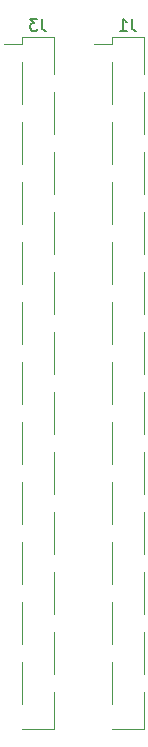
<source format=gbo>
G04 #@! TF.FileFunction,Legend,Bot*
%FSLAX46Y46*%
G04 Gerber Fmt 4.6, Leading zero omitted, Abs format (unit mm)*
G04 Created by KiCad (PCBNEW 4.0.7-e2-6376~58~ubuntu16.04.1) date Sat Jan 13 09:47:37 2018*
%MOMM*%
%LPD*%
G01*
G04 APERTURE LIST*
%ADD10C,0.100000*%
%ADD11C,0.120000*%
%ADD12C,0.150000*%
G04 APERTURE END LIST*
D10*
D11*
X143185000Y-77410000D02*
X140525000Y-77410000D01*
X143185000Y-135950000D02*
X140525000Y-135950000D01*
X140525000Y-79500000D02*
X140525000Y-83060000D01*
X140525000Y-84580000D02*
X140525000Y-88140000D01*
X140525000Y-89660000D02*
X140525000Y-93220000D01*
X140525000Y-94740000D02*
X140525000Y-98300000D01*
X140525000Y-99820000D02*
X140525000Y-103380000D01*
X140525000Y-104900000D02*
X140525000Y-108460000D01*
X140525000Y-109980000D02*
X140525000Y-113540000D01*
X140525000Y-115060000D02*
X140525000Y-118620000D01*
X140525000Y-120140000D02*
X140525000Y-123700000D01*
X140525000Y-125220000D02*
X140525000Y-128780000D01*
X140525000Y-130300000D02*
X140525000Y-133860000D01*
X143185000Y-77410000D02*
X143185000Y-80520000D01*
X140525000Y-77980000D02*
X139005000Y-77980000D01*
X140525000Y-77410000D02*
X140525000Y-77980000D01*
X143185000Y-135380000D02*
X143185000Y-135950000D01*
X143185000Y-82040000D02*
X143185000Y-85600000D01*
X143185000Y-87120000D02*
X143185000Y-90680000D01*
X143185000Y-92200000D02*
X143185000Y-95760000D01*
X143185000Y-97280000D02*
X143185000Y-100840000D01*
X143185000Y-102360000D02*
X143185000Y-105920000D01*
X143185000Y-107440000D02*
X143185000Y-111000000D01*
X143185000Y-112520000D02*
X143185000Y-116080000D01*
X143185000Y-117600000D02*
X143185000Y-121160000D01*
X143185000Y-122680000D02*
X143185000Y-126240000D01*
X143185000Y-127760000D02*
X143185000Y-131320000D01*
X143185000Y-132840000D02*
X143185000Y-135950000D01*
X135565000Y-77410000D02*
X132905000Y-77410000D01*
X135565000Y-135950000D02*
X132905000Y-135950000D01*
X132905000Y-79500000D02*
X132905000Y-83060000D01*
X132905000Y-84580000D02*
X132905000Y-88140000D01*
X132905000Y-89660000D02*
X132905000Y-93220000D01*
X132905000Y-94740000D02*
X132905000Y-98300000D01*
X132905000Y-99820000D02*
X132905000Y-103380000D01*
X132905000Y-104900000D02*
X132905000Y-108460000D01*
X132905000Y-109980000D02*
X132905000Y-113540000D01*
X132905000Y-115060000D02*
X132905000Y-118620000D01*
X132905000Y-120140000D02*
X132905000Y-123700000D01*
X132905000Y-125220000D02*
X132905000Y-128780000D01*
X132905000Y-130300000D02*
X132905000Y-133860000D01*
X135565000Y-77410000D02*
X135565000Y-80520000D01*
X132905000Y-77980000D02*
X131385000Y-77980000D01*
X132905000Y-77410000D02*
X132905000Y-77980000D01*
X135565000Y-135380000D02*
X135565000Y-135950000D01*
X135565000Y-82040000D02*
X135565000Y-85600000D01*
X135565000Y-87120000D02*
X135565000Y-90680000D01*
X135565000Y-92200000D02*
X135565000Y-95760000D01*
X135565000Y-97280000D02*
X135565000Y-100840000D01*
X135565000Y-102360000D02*
X135565000Y-105920000D01*
X135565000Y-107440000D02*
X135565000Y-111000000D01*
X135565000Y-112520000D02*
X135565000Y-116080000D01*
X135565000Y-117600000D02*
X135565000Y-121160000D01*
X135565000Y-122680000D02*
X135565000Y-126240000D01*
X135565000Y-127760000D02*
X135565000Y-131320000D01*
X135565000Y-132840000D02*
X135565000Y-135950000D01*
D12*
X142188333Y-75862381D02*
X142188333Y-76576667D01*
X142235953Y-76719524D01*
X142331191Y-76814762D01*
X142474048Y-76862381D01*
X142569286Y-76862381D01*
X141188333Y-76862381D02*
X141759762Y-76862381D01*
X141474048Y-76862381D02*
X141474048Y-75862381D01*
X141569286Y-76005238D01*
X141664524Y-76100476D01*
X141759762Y-76148095D01*
X134568333Y-75862381D02*
X134568333Y-76576667D01*
X134615953Y-76719524D01*
X134711191Y-76814762D01*
X134854048Y-76862381D01*
X134949286Y-76862381D01*
X134187381Y-75862381D02*
X133568333Y-75862381D01*
X133901667Y-76243333D01*
X133758809Y-76243333D01*
X133663571Y-76290952D01*
X133615952Y-76338571D01*
X133568333Y-76433810D01*
X133568333Y-76671905D01*
X133615952Y-76767143D01*
X133663571Y-76814762D01*
X133758809Y-76862381D01*
X134044524Y-76862381D01*
X134139762Y-76814762D01*
X134187381Y-76767143D01*
M02*

</source>
